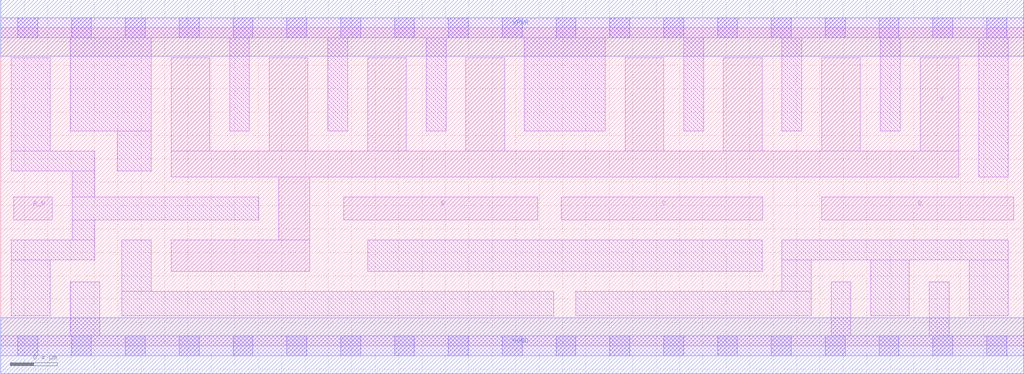
<source format=lef>
# Copyright 2020 The SkyWater PDK Authors
#
# Licensed under the Apache License, Version 2.0 (the "License");
# you may not use this file except in compliance with the License.
# You may obtain a copy of the License at
#
#     https://www.apache.org/licenses/LICENSE-2.0
#
# Unless required by applicable law or agreed to in writing, software
# distributed under the License is distributed on an "AS IS" BASIS,
# WITHOUT WARRANTIES OR CONDITIONS OF ANY KIND, either express or implied.
# See the License for the specific language governing permissions and
# limitations under the License.
#
# SPDX-License-Identifier: Apache-2.0

VERSION 5.7 ;
  NAMESCASESENSITIVE ON ;
  NOWIREEXTENSIONATPIN ON ;
  DIVIDERCHAR "/" ;
  BUSBITCHARS "[]" ;
UNITS
  DATABASE MICRONS 200 ;
END UNITS
MACRO sky130_fd_sc_hd__nand4b_4
  CLASS CORE ;
  SOURCE USER ;
  FOREIGN sky130_fd_sc_hd__nand4b_4 ;
  ORIGIN  0.000000  0.000000 ;
  SIZE  8.740000 BY  2.720000 ;
  SYMMETRY X Y R90 ;
  SITE unithd ;
  PIN A_N
    ANTENNAGATEAREA  0.247500 ;
    DIRECTION INPUT ;
    USE SIGNAL ;
    PORT
      LAYER li1 ;
        RECT 0.110000 1.075000 0.440000 1.275000 ;
    END
  END A_N
  PIN B
    ANTENNAGATEAREA  0.990000 ;
    DIRECTION INPUT ;
    USE SIGNAL ;
    PORT
      LAYER li1 ;
        RECT 2.930000 1.075000 4.590000 1.275000 ;
    END
  END B
  PIN C
    ANTENNAGATEAREA  0.990000 ;
    DIRECTION INPUT ;
    USE SIGNAL ;
    PORT
      LAYER li1 ;
        RECT 4.790000 1.075000 6.510000 1.275000 ;
    END
  END C
  PIN D
    ANTENNAGATEAREA  0.990000 ;
    DIRECTION INPUT ;
    USE SIGNAL ;
    PORT
      LAYER li1 ;
        RECT 7.015000 1.075000 8.655000 1.275000 ;
    END
  END D
  PIN Y
    ANTENNADIFFAREA  2.511000 ;
    DIRECTION OUTPUT ;
    USE SIGNAL ;
    PORT
      LAYER li1 ;
        RECT 1.455000 0.635000 2.640000 0.905000 ;
        RECT 1.455000 1.445000 8.185000 1.665000 ;
        RECT 1.455000 1.665000 1.785000 2.465000 ;
        RECT 2.295000 1.665000 2.625000 2.465000 ;
        RECT 2.375000 0.905000 2.640000 1.445000 ;
        RECT 3.135000 1.665000 3.465000 2.465000 ;
        RECT 3.975000 1.665000 4.305000 2.465000 ;
        RECT 5.335000 1.665000 5.665000 2.465000 ;
        RECT 6.175000 1.665000 6.505000 2.465000 ;
        RECT 7.015000 1.665000 7.345000 2.465000 ;
        RECT 7.855000 1.665000 8.185000 2.465000 ;
    END
  END Y
  PIN VGND
    DIRECTION INOUT ;
    SHAPE ABUTMENT ;
    USE GROUND ;
    PORT
      LAYER met1 ;
        RECT 0.000000 -0.240000 8.740000 0.240000 ;
    END
  END VGND
  PIN VPWR
    DIRECTION INOUT ;
    SHAPE ABUTMENT ;
    USE POWER ;
    PORT
      LAYER met1 ;
        RECT 0.000000 2.480000 8.740000 2.960000 ;
    END
  END VPWR
  OBS
    LAYER li1 ;
      RECT 0.000000 -0.085000 8.740000 0.085000 ;
      RECT 0.000000  2.635000 8.740000 2.805000 ;
      RECT 0.090000  0.255000 0.425000 0.735000 ;
      RECT 0.090000  0.735000 0.805000 0.905000 ;
      RECT 0.090000  1.495000 0.805000 1.665000 ;
      RECT 0.090000  1.665000 0.425000 2.465000 ;
      RECT 0.595000  0.085000 0.845000 0.545000 ;
      RECT 0.595000  1.835000 1.285000 2.635000 ;
      RECT 0.610000  0.905000 0.805000 1.075000 ;
      RECT 0.610000  1.075000 2.205000 1.275000 ;
      RECT 0.610000  1.275000 0.805000 1.495000 ;
      RECT 0.995000  1.495000 1.285000 1.835000 ;
      RECT 1.035000  0.255000 4.725000 0.465000 ;
      RECT 1.035000  0.465000 1.285000 0.905000 ;
      RECT 1.955000  1.835000 2.125000 2.635000 ;
      RECT 2.795000  1.835000 2.965000 2.635000 ;
      RECT 3.135000  0.635000 6.505000 0.905000 ;
      RECT 3.635000  1.835000 3.805000 2.635000 ;
      RECT 4.475000  1.835000 5.165000 2.635000 ;
      RECT 4.915000  0.255000 6.925000 0.465000 ;
      RECT 5.835000  1.835000 6.005000 2.635000 ;
      RECT 6.675000  0.465000 6.925000 0.735000 ;
      RECT 6.675000  0.735000 8.610000 0.905000 ;
      RECT 6.675000  1.835000 6.845000 2.635000 ;
      RECT 7.095000  0.085000 7.265000 0.545000 ;
      RECT 7.435000  0.255000 7.765000 0.735000 ;
      RECT 7.515000  1.835000 7.685000 2.635000 ;
      RECT 7.935000  0.085000 8.105000 0.545000 ;
      RECT 8.275000  0.255000 8.610000 0.735000 ;
      RECT 8.355000  1.445000 8.610000 2.635000 ;
    LAYER mcon ;
      RECT 0.145000 -0.085000 0.315000 0.085000 ;
      RECT 0.145000  2.635000 0.315000 2.805000 ;
      RECT 0.605000 -0.085000 0.775000 0.085000 ;
      RECT 0.605000  2.635000 0.775000 2.805000 ;
      RECT 1.065000 -0.085000 1.235000 0.085000 ;
      RECT 1.065000  2.635000 1.235000 2.805000 ;
      RECT 1.525000 -0.085000 1.695000 0.085000 ;
      RECT 1.525000  2.635000 1.695000 2.805000 ;
      RECT 1.985000 -0.085000 2.155000 0.085000 ;
      RECT 1.985000  2.635000 2.155000 2.805000 ;
      RECT 2.445000 -0.085000 2.615000 0.085000 ;
      RECT 2.445000  2.635000 2.615000 2.805000 ;
      RECT 2.905000 -0.085000 3.075000 0.085000 ;
      RECT 2.905000  2.635000 3.075000 2.805000 ;
      RECT 3.365000 -0.085000 3.535000 0.085000 ;
      RECT 3.365000  2.635000 3.535000 2.805000 ;
      RECT 3.825000 -0.085000 3.995000 0.085000 ;
      RECT 3.825000  2.635000 3.995000 2.805000 ;
      RECT 4.285000 -0.085000 4.455000 0.085000 ;
      RECT 4.285000  2.635000 4.455000 2.805000 ;
      RECT 4.745000 -0.085000 4.915000 0.085000 ;
      RECT 4.745000  2.635000 4.915000 2.805000 ;
      RECT 5.205000 -0.085000 5.375000 0.085000 ;
      RECT 5.205000  2.635000 5.375000 2.805000 ;
      RECT 5.665000 -0.085000 5.835000 0.085000 ;
      RECT 5.665000  2.635000 5.835000 2.805000 ;
      RECT 6.125000 -0.085000 6.295000 0.085000 ;
      RECT 6.125000  2.635000 6.295000 2.805000 ;
      RECT 6.585000 -0.085000 6.755000 0.085000 ;
      RECT 6.585000  2.635000 6.755000 2.805000 ;
      RECT 7.045000 -0.085000 7.215000 0.085000 ;
      RECT 7.045000  2.635000 7.215000 2.805000 ;
      RECT 7.505000 -0.085000 7.675000 0.085000 ;
      RECT 7.505000  2.635000 7.675000 2.805000 ;
      RECT 7.965000 -0.085000 8.135000 0.085000 ;
      RECT 7.965000  2.635000 8.135000 2.805000 ;
      RECT 8.425000 -0.085000 8.595000 0.085000 ;
      RECT 8.425000  2.635000 8.595000 2.805000 ;
  END
END sky130_fd_sc_hd__nand4b_4

</source>
